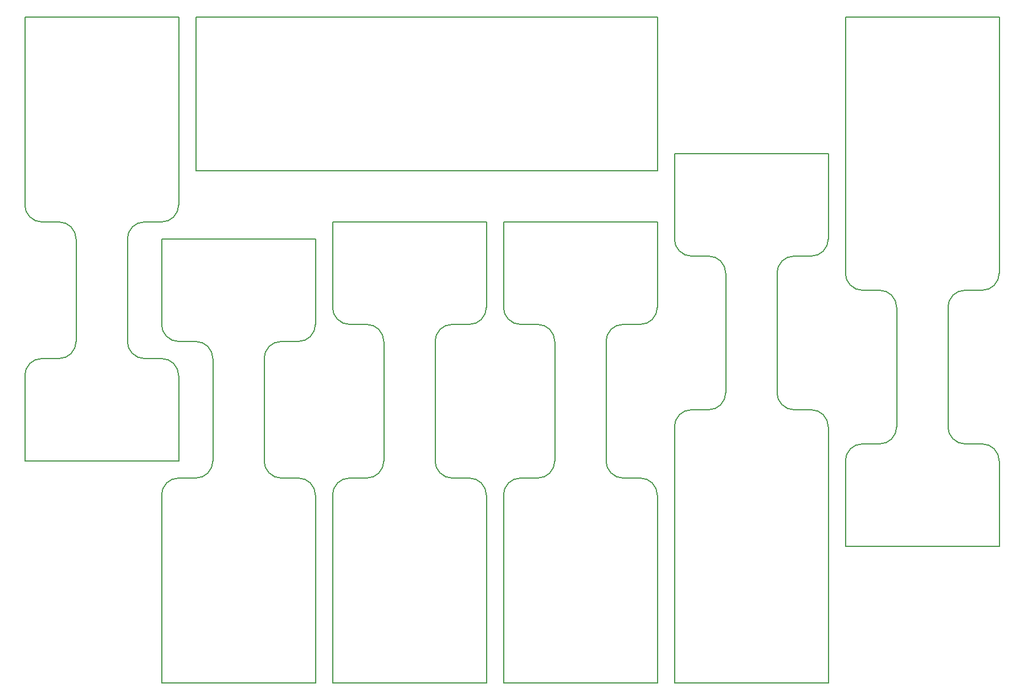
<source format=gbr>
G04 DesignSpark PCB Gerber Version 12.0 Build 5941*
G04 #@! TF.Part,Single*
%FSLAX35Y35*%
%MOIN*%
%ADD14C,0.00500*%
G04 #@! TD.AperFunction*
X0Y0D02*
D02*
D14*
X80250Y260250D02*
Y210250D01*
G75*
G03*
X90250Y200250I10000J0D01*
G01*
X100250D01*
G75*
G02*
X110250Y190250I0J-10000D01*
G01*
Y130250D01*
G75*
G02*
X100250Y120250I-10000J0D01*
G01*
X90250D01*
G75*
G03*
X80250Y110250I0J-10000D01*
G01*
Y250D01*
X170250D01*
Y110250D01*
G75*
G03*
X160250Y120250I-10000J0D01*
G01*
X150250D01*
G75*
G02*
X140250Y130250I0J10000D01*
G01*
Y190250D01*
G75*
G02*
X150250Y200250I10000J0D01*
G01*
X160250D01*
G75*
G03*
X170250Y210250I0J10000D01*
G01*
Y260250D01*
X80250D01*
X90250Y130250D02*
Y180250D01*
G75*
G03*
X80250Y190250I-10000J0D01*
G01*
X70250D01*
G75*
G02*
X60250Y200250I0J10000D01*
G01*
Y260250D01*
G75*
G02*
X70250Y270250I10000J0D01*
G01*
X80250D01*
G75*
G03*
X90250Y280250I0J10000D01*
G01*
Y390250D01*
X250D01*
Y280250D01*
G75*
G03*
X10250Y270250I10000J0D01*
G01*
X20250D01*
G75*
G02*
X30250Y260250I0J-10000D01*
G01*
Y200250D01*
G75*
G02*
X20250Y190250I-10000J0D01*
G01*
X10250D01*
G75*
G03*
X250Y180250I0J-10000D01*
G01*
Y130250D01*
X90250D01*
X180250Y270250D02*
Y220250D01*
G75*
G03*
X190250Y210250I10000J0D01*
G01*
X200250D01*
G75*
G02*
X210250Y200250I0J-10000D01*
G01*
Y130250D01*
G75*
G02*
X200250Y120250I-10000J0D01*
G01*
X190250D01*
G75*
G03*
X180250Y110250I0J-10000D01*
G01*
Y250D01*
X270250D01*
Y110250D01*
G75*
G03*
X260250Y120250I-10000J0D01*
G01*
X250250D01*
G75*
G02*
X240250Y130250I0J10000D01*
G01*
Y200250D01*
G75*
G02*
X250250Y210250I10000J0D01*
G01*
X260250D01*
G75*
G03*
X270250Y220250I0J10000D01*
G01*
Y270250D01*
X180250D01*
X280250D02*
Y220250D01*
G75*
G03*
X290250Y210250I10000J0D01*
G01*
X300250D01*
G75*
G02*
X310250Y200250I0J-10000D01*
G01*
Y130250D01*
G75*
G02*
X300250Y120250I-10000J0D01*
G01*
X290250D01*
G75*
G03*
X280250Y110250I0J-10000D01*
G01*
Y250D01*
X370250D01*
Y110250D01*
G75*
G03*
X360250Y120250I-10000J0D01*
G01*
X350250D01*
G75*
G02*
X340250Y130250I0J10000D01*
G01*
Y200250D01*
G75*
G02*
X350250Y210250I10000J0D01*
G01*
X360250D01*
G75*
G03*
X370250Y220250I0J10000D01*
G01*
Y270250D01*
X280250D01*
X370250Y390250D02*
X100250D01*
Y300250D01*
X370250D01*
Y390250D01*
X380250Y310250D02*
Y260250D01*
G75*
G03*
X390250Y250250I10000J0D01*
G01*
X400250D01*
G75*
G02*
X410250Y240250I0J-10000D01*
G01*
Y170250D01*
G75*
G02*
X400250Y160250I-10000J0D01*
G01*
X390250D01*
G75*
G03*
X380250Y150250I0J-10000D01*
G01*
Y250D01*
X470250D01*
Y150250D01*
G75*
G03*
X460250Y160250I-10000J0D01*
G01*
X450250D01*
G75*
G02*
X440250Y170250I0J10000D01*
G01*
Y240250D01*
G75*
G02*
X450250Y250250I10000J0D01*
G01*
X460250D01*
G75*
G03*
X470250Y260250I0J10000D01*
G01*
Y310250D01*
X380250D01*
X570250Y80250D02*
Y130250D01*
G75*
G03*
X560250Y140250I-10000J0D01*
G01*
X550250D01*
G75*
G02*
X540250Y150250I0J10000D01*
G01*
Y220250D01*
G75*
G02*
X550250Y230250I10000J0D01*
G01*
X560250D01*
G75*
G03*
X570250Y240250I0J10000D01*
G01*
Y390250D01*
X480250D01*
Y240250D01*
G75*
G03*
X490250Y230250I10000J0D01*
G01*
X500250D01*
G75*
G02*
X510250Y220250I0J-10000D01*
G01*
Y150250D01*
G75*
G02*
X500250Y140250I-10000J0D01*
G01*
X490250D01*
G75*
G03*
X480250Y130250I0J-10000D01*
G01*
Y80250D01*
X570250D01*
X0Y0D02*
M02*

</source>
